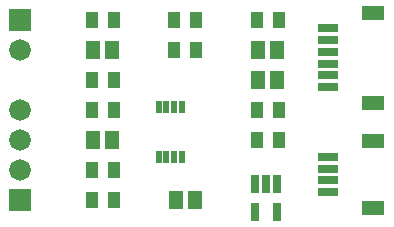
<source format=gts>
G04 Layer_Color=8388736*
%FSLAX24Y24*%
%MOIN*%
G70*
G01*
G75*
%ADD26R,0.0493X0.0611*%
%ADD27R,0.0414X0.0572*%
%ADD28R,0.0260X0.0620*%
%ADD29R,0.0197X0.0434*%
%ADD30R,0.0650X0.0276*%
%ADD31R,0.0749X0.0512*%
%ADD32R,0.0720X0.0720*%
%ADD33C,0.0720*%
D26*
X6565Y1250D02*
D03*
X5935D02*
D03*
X3815Y6250D02*
D03*
X3185D02*
D03*
X8685D02*
D03*
X9315D02*
D03*
X9315Y5250D02*
D03*
X8685D02*
D03*
X3185Y3250D02*
D03*
X3815D02*
D03*
D27*
X3864Y7250D02*
D03*
X3136D02*
D03*
X3864Y5250D02*
D03*
X3136D02*
D03*
Y4250D02*
D03*
X3864D02*
D03*
X3136Y2250D02*
D03*
X3864D02*
D03*
X3136Y1250D02*
D03*
X3864D02*
D03*
X9364Y4250D02*
D03*
X8636D02*
D03*
X6614Y7250D02*
D03*
X5886D02*
D03*
X9364D02*
D03*
X8636D02*
D03*
Y3250D02*
D03*
X9364D02*
D03*
X5886Y6250D02*
D03*
X6614D02*
D03*
D28*
X9324Y830D02*
D03*
X8576D02*
D03*
Y1770D02*
D03*
X8950D02*
D03*
X9324D02*
D03*
D29*
X5878Y2673D02*
D03*
X6134D02*
D03*
X5622D02*
D03*
X5366D02*
D03*
Y4327D02*
D03*
X5622D02*
D03*
X6134D02*
D03*
X5878D02*
D03*
D30*
X11000Y2681D02*
D03*
Y2287D02*
D03*
Y1894D02*
D03*
Y1500D02*
D03*
Y6969D02*
D03*
Y6575D02*
D03*
Y6181D02*
D03*
Y5787D02*
D03*
Y5394D02*
D03*
Y5000D02*
D03*
D31*
X12526Y988D02*
D03*
Y3193D02*
D03*
Y4488D02*
D03*
Y7480D02*
D03*
D32*
X750Y7250D02*
D03*
Y1250D02*
D03*
D33*
Y6250D02*
D03*
Y4250D02*
D03*
Y3250D02*
D03*
Y2250D02*
D03*
M02*

</source>
